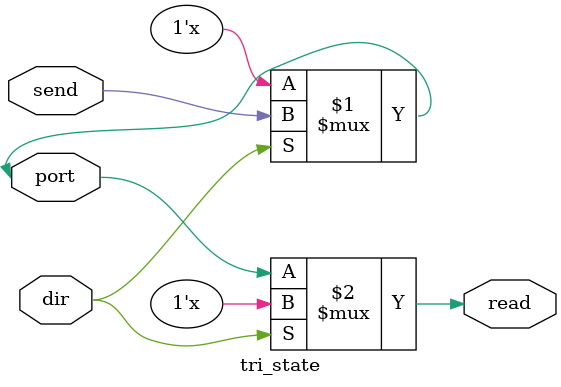
<source format=v>
/**
* This module implements a tri-state buffer, which can assume one of three output states: high (1),
*  low (0), or high-impedance (Z), depending on the control signal `dir`.
*
* Usage:
*   - Connect `port` to the desired signal bus.
*   - Set `dir` to 1 to enable data flow from `send` to `port`.
*   - Set `dir` to 0 to place `port` in a high-impedance state (Z) and read data from `port`
*     using `read`.
*
* Source: https://www.youtube.com/watch?v=BkTYD7kujTk&list=PLZ8dBTV2_5HT0Gm24XcJcx43YMWRbDlxW&index=11&pp=iAQB
*
* NOTE: Minor modifications were made to the original code to suit the targeted problem and for
* better understanding of the working group.
*/

module tri_state (
    inout  wire port,
    input  wire dir,
    input  wire send,
    output wire read
);

  assign port = dir ? send : 1'bZ;
  assign read = dir ? 1'bZ : port;

endmodule
</source>
